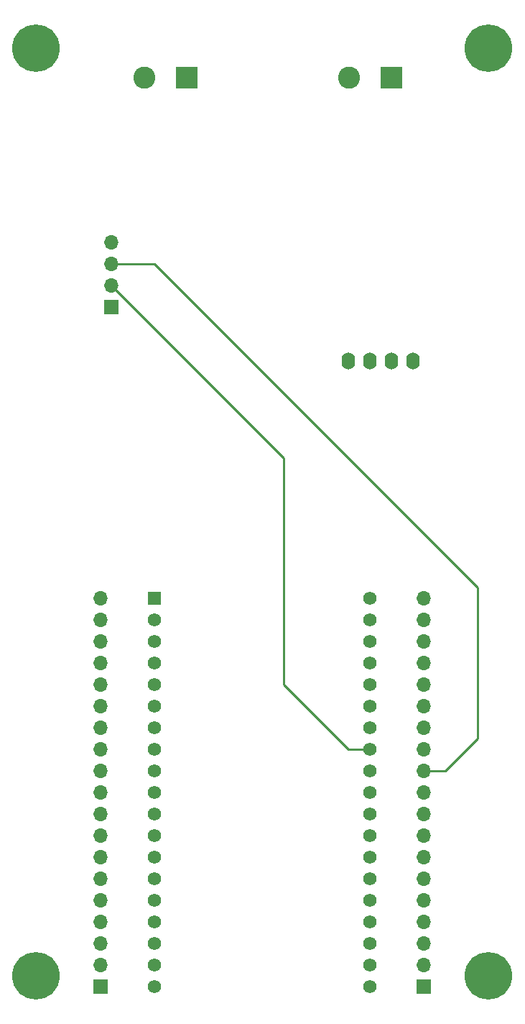
<source format=gbr>
%TF.GenerationSoftware,KiCad,Pcbnew,7.0.9*%
%TF.CreationDate,2024-01-03T21:17:43+01:00*%
%TF.ProjectId,diy_robotics_gripper,6469795f-726f-4626-9f74-6963735f6772,rev?*%
%TF.SameCoordinates,Original*%
%TF.FileFunction,Copper,L2,Bot*%
%TF.FilePolarity,Positive*%
%FSLAX46Y46*%
G04 Gerber Fmt 4.6, Leading zero omitted, Abs format (unit mm)*
G04 Created by KiCad (PCBNEW 7.0.9) date 2024-01-03 21:17:43*
%MOMM*%
%LPD*%
G01*
G04 APERTURE LIST*
%TA.AperFunction,ComponentPad*%
%ADD10R,2.600000X2.600000*%
%TD*%
%TA.AperFunction,ComponentPad*%
%ADD11C,2.600000*%
%TD*%
%TA.AperFunction,ComponentPad*%
%ADD12R,1.700000X1.700000*%
%TD*%
%TA.AperFunction,ComponentPad*%
%ADD13O,1.700000X1.700000*%
%TD*%
%TA.AperFunction,ComponentPad*%
%ADD14C,5.600000*%
%TD*%
%TA.AperFunction,ComponentPad*%
%ADD15O,1.600000X2.000000*%
%TD*%
%TA.AperFunction,ComponentPad*%
%ADD16R,1.560000X1.560000*%
%TD*%
%TA.AperFunction,ComponentPad*%
%ADD17C,1.560000*%
%TD*%
%TA.AperFunction,Conductor*%
%ADD18C,0.250000*%
%TD*%
G04 APERTURE END LIST*
D10*
%TO.P,J5,1,Pin_1*%
%TO.N,/5V*%
X72390000Y-33985000D03*
D11*
%TO.P,J5,2,Pin_2*%
%TO.N,/GND*%
X67390000Y-33985000D03*
%TD*%
D10*
%TO.P,J4,1,Pin_1*%
%TO.N,/GND*%
X48220000Y-33985000D03*
D11*
%TO.P,J4,2,Pin_2*%
%TO.N,/ServoVCC*%
X43220000Y-33985000D03*
%TD*%
D12*
%TO.P,J1,1,Pin_1*%
%TO.N,/GND*%
X39370000Y-60960000D03*
D13*
%TO.P,J1,2,Pin_2*%
%TO.N,S2*%
X39370000Y-58420000D03*
%TO.P,J1,3,Pin_3*%
%TO.N,S1*%
X39370000Y-55880000D03*
%TO.P,J1,4,Pin_4*%
%TO.N,/ServoVCC*%
X39370000Y-53340000D03*
%TD*%
D14*
%TO.P,H1,1*%
%TO.N,N/C*%
X30480000Y-30480000D03*
%TD*%
D12*
%TO.P,J2,1,Pin_1*%
%TO.N,Net-(J2-Pin_1)*%
X76200000Y-140970000D03*
D13*
%TO.P,J2,2,Pin_2*%
%TO.N,Net-(J2-Pin_2)*%
X76200000Y-138430000D03*
%TO.P,J2,3,Pin_3*%
%TO.N,Net-(J2-Pin_3)*%
X76200000Y-135890000D03*
%TO.P,J2,4,Pin_4*%
%TO.N,Net-(J2-Pin_4)*%
X76200000Y-133350000D03*
%TO.P,J2,5,Pin_5*%
%TO.N,Net-(J2-Pin_5)*%
X76200000Y-130810000D03*
%TO.P,J2,6,Pin_6*%
%TO.N,Net-(J2-Pin_6)*%
X76200000Y-128270000D03*
%TO.P,J2,7,Pin_7*%
%TO.N,Net-(J2-Pin_7)*%
X76200000Y-125730000D03*
%TO.P,J2,8,Pin_8*%
%TO.N,Net-(J2-Pin_8)*%
X76200000Y-123190000D03*
%TO.P,J2,9,Pin_9*%
%TO.N,Net-(J2-Pin_9)*%
X76200000Y-120650000D03*
%TO.P,J2,10,Pin_10*%
%TO.N,Net-(J2-Pin_10)*%
X76200000Y-118110000D03*
%TO.P,J2,11,Pin_11*%
%TO.N,S1*%
X76200000Y-115570000D03*
%TO.P,J2,12,Pin_12*%
%TO.N,S2*%
X76200000Y-113030000D03*
%TO.P,J2,13,Pin_13*%
%TO.N,Net-(J2-Pin_13)*%
X76200000Y-110490000D03*
%TO.P,J2,14,Pin_14*%
%TO.N,Disp_SDA*%
X76200000Y-107950000D03*
%TO.P,J2,15,Pin_15*%
%TO.N,Net-(J2-Pin_15)*%
X76200000Y-105410000D03*
%TO.P,J2,16,Pin_16*%
%TO.N,Net-(J2-Pin_16)*%
X76200000Y-102870000D03*
%TO.P,J2,17,Pin_17*%
%TO.N,Disp_SCL*%
X76200000Y-100330000D03*
%TO.P,J2,18,Pin_18*%
%TO.N,Net-(J2-Pin_18)*%
X76200000Y-97790000D03*
%TO.P,J2,19,Pin_19*%
%TO.N,Net-(J2-Pin_19)*%
X76200000Y-95250000D03*
%TD*%
D14*
%TO.P,H2,1*%
%TO.N,N/C*%
X30480000Y-139700000D03*
%TD*%
D15*
%TO.P,Brd1,1,GND*%
%TO.N,/GND*%
X74930000Y-67310000D03*
%TO.P,Brd1,2,VCC*%
%TO.N,/5V*%
X72390000Y-67310000D03*
%TO.P,Brd1,3,SCL*%
%TO.N,Disp_SCL*%
X69850000Y-67310000D03*
%TO.P,Brd1,4,SDA*%
%TO.N,Disp_SDA*%
X67310000Y-67310000D03*
%TD*%
D16*
%TO.P,U7,J2-1,3V3*%
%TO.N,Net-(J3-Pin_19)*%
X44450000Y-95250000D03*
D17*
%TO.P,U7,J2-2,EN*%
%TO.N,Net-(J3-Pin_18)*%
X44450000Y-97790000D03*
%TO.P,U7,J2-3,SENSOR_VP*%
%TO.N,Net-(J3-Pin_17)*%
X44450000Y-100330000D03*
%TO.P,U7,J2-4,SENSOR_VN*%
%TO.N,Net-(J3-Pin_16)*%
X44450000Y-102870000D03*
%TO.P,U7,J2-5,IO34*%
%TO.N,Net-(J3-Pin_15)*%
X44450000Y-105410000D03*
%TO.P,U7,J2-6,IO35*%
%TO.N,Net-(J3-Pin_14)*%
X44450000Y-107950000D03*
%TO.P,U7,J2-7,IO32*%
%TO.N,Net-(J3-Pin_13)*%
X44450000Y-110490000D03*
%TO.P,U7,J2-8,IO33*%
%TO.N,Net-(J3-Pin_12)*%
X44450000Y-113030000D03*
%TO.P,U7,J2-9,IO25*%
%TO.N,Net-(J3-Pin_11)*%
X44450000Y-115570000D03*
%TO.P,U7,J2-10,IO26*%
%TO.N,Net-(J3-Pin_10)*%
X44450000Y-118110000D03*
%TO.P,U7,J2-11,IO27*%
%TO.N,Net-(J3-Pin_9)*%
X44450000Y-120650000D03*
%TO.P,U7,J2-12,IO14*%
%TO.N,Net-(J3-Pin_8)*%
X44450000Y-123190000D03*
%TO.P,U7,J2-13,IO12*%
%TO.N,Net-(J3-Pin_7)*%
X44450000Y-125730000D03*
%TO.P,U7,J2-14,GND1*%
%TO.N,/GND*%
X44450000Y-128270000D03*
%TO.P,U7,J2-15,IO13*%
%TO.N,Net-(J3-Pin_5)*%
X44450000Y-130810000D03*
%TO.P,U7,J2-16,SD2*%
%TO.N,Net-(J3-Pin_4)*%
X44450000Y-133350000D03*
%TO.P,U7,J2-17,SD3*%
%TO.N,Net-(J3-Pin_3)*%
X44450000Y-135890000D03*
%TO.P,U7,J2-18,CMD*%
%TO.N,Net-(J3-Pin_2)*%
X44450000Y-138430000D03*
%TO.P,U7,J2-19,EXT_5V*%
%TO.N,/5V*%
X44450000Y-140970000D03*
%TO.P,U7,J3-1,GND3*%
%TO.N,Net-(J2-Pin_19)*%
X69850000Y-95250000D03*
%TO.P,U7,J3-2,IO23*%
%TO.N,Net-(J2-Pin_18)*%
X69850000Y-97790000D03*
%TO.P,U7,J3-3,IO22*%
%TO.N,Disp_SCL*%
X69850000Y-100330000D03*
%TO.P,U7,J3-4,TXD0*%
%TO.N,Net-(J2-Pin_16)*%
X69850000Y-102870000D03*
%TO.P,U7,J3-5,RXD0*%
%TO.N,Net-(J2-Pin_15)*%
X69850000Y-105410000D03*
%TO.P,U7,J3-6,IO21*%
%TO.N,Disp_SDA*%
X69850000Y-107950000D03*
%TO.P,U7,J3-7,GND2*%
%TO.N,Net-(J2-Pin_13)*%
X69850000Y-110490000D03*
%TO.P,U7,J3-8,IO19*%
%TO.N,S2*%
X69850000Y-113030000D03*
%TO.P,U7,J3-9,IO18*%
%TO.N,S1*%
X69850000Y-115570000D03*
%TO.P,U7,J3-10,IO5*%
%TO.N,Net-(J2-Pin_10)*%
X69850000Y-118110000D03*
%TO.P,U7,J3-11,IO17*%
%TO.N,Net-(J2-Pin_9)*%
X69850000Y-120650000D03*
%TO.P,U7,J3-12,IO16*%
%TO.N,Net-(J2-Pin_8)*%
X69850000Y-123190000D03*
%TO.P,U7,J3-13,IO4*%
%TO.N,Net-(J2-Pin_7)*%
X69850000Y-125730000D03*
%TO.P,U7,J3-14,IO0*%
%TO.N,Net-(J2-Pin_6)*%
X69850000Y-128270000D03*
%TO.P,U7,J3-15,IO2*%
%TO.N,Net-(J2-Pin_5)*%
X69850000Y-130810000D03*
%TO.P,U7,J3-16,IO15*%
%TO.N,Net-(J2-Pin_4)*%
X69850000Y-133350000D03*
%TO.P,U7,J3-17,SD1*%
%TO.N,Net-(J2-Pin_3)*%
X69850000Y-135890000D03*
%TO.P,U7,J3-18,SD0*%
%TO.N,Net-(J2-Pin_2)*%
X69850000Y-138430000D03*
%TO.P,U7,J3-19,CLK*%
%TO.N,Net-(J2-Pin_1)*%
X69850000Y-140970000D03*
%TD*%
D14*
%TO.P,H3,1*%
%TO.N,N/C*%
X83820000Y-30480000D03*
%TD*%
%TO.P,H4,1*%
%TO.N,N/C*%
X83820000Y-139700000D03*
%TD*%
D12*
%TO.P,J3,1,Pin_1*%
%TO.N,/5V*%
X38100000Y-140970000D03*
D13*
%TO.P,J3,2,Pin_2*%
%TO.N,Net-(J3-Pin_2)*%
X38100000Y-138430000D03*
%TO.P,J3,3,Pin_3*%
%TO.N,Net-(J3-Pin_3)*%
X38100000Y-135890000D03*
%TO.P,J3,4,Pin_4*%
%TO.N,Net-(J3-Pin_4)*%
X38100000Y-133350000D03*
%TO.P,J3,5,Pin_5*%
%TO.N,Net-(J3-Pin_5)*%
X38100000Y-130810000D03*
%TO.P,J3,6,Pin_6*%
%TO.N,/GND*%
X38100000Y-128270000D03*
%TO.P,J3,7,Pin_7*%
%TO.N,Net-(J3-Pin_7)*%
X38100000Y-125730000D03*
%TO.P,J3,8,Pin_8*%
%TO.N,Net-(J3-Pin_8)*%
X38100000Y-123190000D03*
%TO.P,J3,9,Pin_9*%
%TO.N,Net-(J3-Pin_9)*%
X38100000Y-120650000D03*
%TO.P,J3,10,Pin_10*%
%TO.N,Net-(J3-Pin_10)*%
X38100000Y-118110000D03*
%TO.P,J3,11,Pin_11*%
%TO.N,Net-(J3-Pin_11)*%
X38100000Y-115570000D03*
%TO.P,J3,12,Pin_12*%
%TO.N,Net-(J3-Pin_12)*%
X38100000Y-113030000D03*
%TO.P,J3,13,Pin_13*%
%TO.N,Net-(J3-Pin_13)*%
X38100000Y-110490000D03*
%TO.P,J3,14,Pin_14*%
%TO.N,Net-(J3-Pin_14)*%
X38100000Y-107950000D03*
%TO.P,J3,15,Pin_15*%
%TO.N,Net-(J3-Pin_15)*%
X38100000Y-105410000D03*
%TO.P,J3,16,Pin_16*%
%TO.N,Net-(J3-Pin_16)*%
X38100000Y-102870000D03*
%TO.P,J3,17,Pin_17*%
%TO.N,Net-(J3-Pin_17)*%
X38100000Y-100330000D03*
%TO.P,J3,18,Pin_18*%
%TO.N,Net-(J3-Pin_18)*%
X38100000Y-97790000D03*
%TO.P,J3,19,Pin_19*%
%TO.N,Net-(J3-Pin_19)*%
X38100000Y-95250000D03*
%TD*%
D18*
%TO.N,S1*%
X78740000Y-115570000D02*
X76200000Y-115570000D01*
X39370000Y-55880000D02*
X44450000Y-55880000D01*
X82550000Y-93980000D02*
X82550000Y-111760000D01*
X44450000Y-55880000D02*
X82550000Y-93980000D01*
X82550000Y-111760000D02*
X78740000Y-115570000D01*
%TO.N,S2*%
X59690000Y-78740000D02*
X59690000Y-105410000D01*
X67310000Y-113030000D02*
X69850000Y-113030000D01*
X39370000Y-58420000D02*
X59690000Y-78740000D01*
X59690000Y-105410000D02*
X67310000Y-113030000D01*
%TD*%
M02*

</source>
